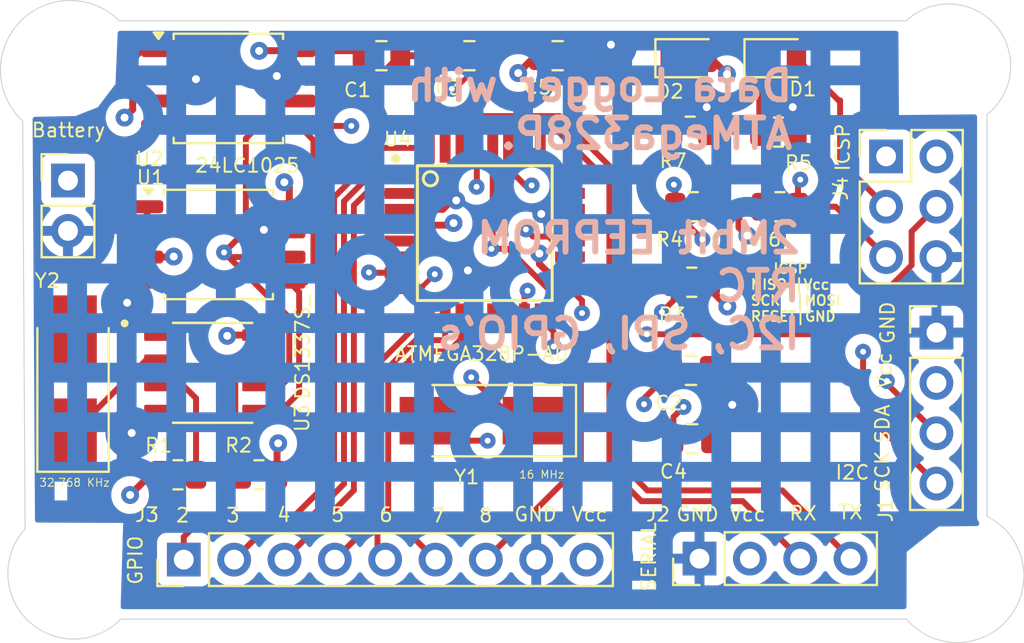
<source format=kicad_pcb>
(kicad_pcb (version 20241229) (generator "pcbnew") (generator_version "9.0")
  (title_block (title "MCU_DATA LOGGER") (date "2025-05-27") (rev "1") (comment 1 "2-layer PCB version"))
  (layers (0 "F.Cu" signal) (4 "In1.Cu" signal) (6 "In2.Cu" signal) (2 "B.Cu" signal) (13 "F.Paste" user) (15 "B.Paste" user) (5 "F.SilkS" user "F.Silkscreen") (7 "B.SilkS" user "B.Silkscreen") (1 "F.Mask" user) (3 "B.Mask" user) (25 "Edge.Cuts" user))
  (property "project_name" "MCU Datalogger with  memory and clock")
  (net 0 "")
  (net 1 "GND")
  (net 2 "/Vcc")
  (net 3 "Net-(U4-PB6)")
  (net 4 "Net-(U4-PB7)")
  (net 5 "Net-(U4-AREF)")
  (net 6 "Net-(D1-K)")
  (net 7 "/SCK")
  (net 8 "Net-(D2-K)")
  (net 9 "/SDA")
  (net 10 "/TX")
  (net 11 "/RX")
  (net 12 "/D2")
  (net 13 "/D4")
  (net 14 "/D3")
  (net 15 "/D5")
  (net 16 "/D6")
  (net 17 "/D7")
  (net 18 "/D8")
  (net 19 "/RESET")
  (net 20 "/MOSI")
  (net 21 "/MISO")
  (net 22 "Net-(U3-~{INTA})")
  (net 23 "Net-(U3-SQW{slash}~INT)")
  (net 24 "Net-(U3-X1)")
  (net 25 "Net-(U3-X2)")
  (footprint "Connector_PinHeader_2.54mm:PinHeader_1x02_P2.54mm_Vertical" (layer "F.Cu") (at 65.786 94.5642)
    (property "Reference" "BT1" (hide yes))
    (property "Value" "Battery" (at 0.0254 -2.54 180) (layer "F.SilkS") (effects (font (size 0.7 0.7) (thickness 0.1))))
    (pad "1" thru_hole rect (at 0 0) (size 1.7 1.7) (drill 1) (layers "*.Cu" "*.Mask") (net 2 "/Vcc"))
    (pad "2" thru_hole oval (at 0 2.54) (size 1.7 1.7) (drill 1) (layers "*.Cu" "*.Mask") (net 1 "GND"))
  )
  (footprint "Resistor_SMD:R_0805_2012Metric" (layer "F.Cu") (at 97.3385 95.885 180)
    (property "Reference" "R4" (at 1.1995 -1.651 0) (layer "F.SilkS") (effects (font (size 0.7 0.7) (thickness 0.1))))
    (property "Value" "4.7K")
    (pad "1" smd roundrect (at -0.9125 0 180) (size 1.025 1.4) (layers "F.Cu" "F.Mask" "F.Paste") (roundrect_rratio 0.243902) (net 2 "/Vcc"))
    (pad "2" smd roundrect (at 0.9125 0 180) (size 1.025 1.4) (layers "F.Cu" "F.Mask" "F.Paste") (roundrect_rratio 0.243902) (net 9 "/SDA"))
  )
  (footprint "Resistor_SMD:R_0805_2012Metric" (layer "F.Cu") (at 97.2585 99.695 180)
    (property "Reference" "R3" (at 0.9925 -1.65 0) (layer "F.SilkS") (effects (font (size 0.7 0.7) (thickness 0.1))))
    (property "Value" "4.7K")
    (pad "1" smd roundrect (at -0.9125 0 180) (size 1.025 1.4) (layers "F.Cu" "F.Mask" "F.Paste") (roundrect_rratio 0.243902) (net 2 "/Vcc"))
    (pad "2" smd roundrect (at 0.9125 0 180) (size 1.025 1.4) (layers "F.Cu" "F.Mask" "F.Paste") (roundrect_rratio 0.243902) (net 7 "/SCK"))
  )
  (footprint "MountingHole:MountingHole_2.1mm" (layer "F.Cu") (at 65.8368 88.9254)
    (property "Reference" "H2" (hide yes))
    (property "Value" "MountingHole" (hide yes))
    (pad "" np_thru_hole circle (at 0 0) (size 2.1 2.1) (drill 2.1) (layers "*.Cu" "*.Mask"))
  )
  (footprint "Connector_PinHeader_2.54mm:PinHeader_1x04_P2.54mm_Vertical" (layer "F.Cu") (at 109.601 102.235)
    (property "Reference" "J1" (at -2.5654 8.9662 90) (layer "F.SilkS") (effects (font (size 0.7 0.7) (thickness 0.1) (bold yes))))
    (property "Value" "Conn_01x04_Pin" (hide yes))
    (pad "1" thru_hole rect (at 0 0) (size 1.7 1.7) (drill 1) (layers "*.Cu" "*.Mask") (net 1 "GND"))
    (pad "2" thru_hole oval (at 0 2.54) (size 1.7 1.7) (drill 1) (layers "*.Cu" "*.Mask") (net 2 "/Vcc"))
    (pad "3" thru_hole oval (at 0 5.08) (size 1.7 1.7) (drill 1) (layers "*.Cu" "*.Mask") (net 9 "/SDA"))
    (pad "4" thru_hole oval (at 0 7.62) (size 1.7 1.7) (drill 1) (layers "*.Cu" "*.Mask") (net 7 "/SCK"))
  )
  (footprint "Connector_PinHeader_2.54mm:PinHeader_2x03_P2.54mm_Vertical" (layer "F.Cu") (at 107.061 93.345)
    (property "Reference" "J4" (at -2.286 1.6256 90) (layer "F.SilkS") (effects (font (size 0.7 0.7) (thickness 0.1))))
    (property "Value" "Conn_02x03_Odd_Even" (hide yes))
    (pad "1" thru_hole rect (at 0 0) (size 1.7 1.7) (drill 1) (layers "*.Cu" "*.Mask") (net 21 "/MISO"))
    (pad "2" thru_hole oval (at 2.54 0) (size 1.7 1.7) (drill 1) (layers "*.Cu" "*.Mask") (net 2 "/Vcc"))
    (pad "3" thru_hole oval (at 0 2.54) (size 1.7 1.7) (drill 1) (layers "*.Cu" "*.Mask") (net 7 "/SCK"))
    (pad "4" thru_hole oval (at 2.54 2.54) (size 1.7 1.7) (drill 1) (layers "*.Cu" "*.Mask") (net 20 "/MOSI"))
    (pad "5" thru_hole oval (at 0 5.08) (size 1.7 1.7) (drill 1) (layers "*.Cu" "*.Mask") (net 19 "/RESET"))
    (pad "6" thru_hole oval (at 2.54 5.08) (size 1.7 1.7) (drill 1) (layers "*.Cu" "*.Mask") (net 1 "GND"))
  )
  (footprint "LED_SMD:LED_0805_2012Metric" (layer "F.Cu") (at 97.1065 88.392)
    (property "Reference" "D2" (at -0.9421 1.6764 0) (layer "F.SilkS") (effects (font (size 0.7 0.7) (thickness 0.1))))
    (property "Value" "LED")
    (pad "1" smd roundrect (at -0.9375 0) (size 0.975 1.4) (layers "F.Cu" "F.Mask" "F.Paste") (net 8 "Net-(D2-K)"))
    (pad "2" smd roundrect (at 0.9375 0) (size 0.975 1.4) (layers "F.Cu" "F.Mask" "F.Paste") (net 2 "/Vcc"))
  )
  (footprint "Capacitor_SMD:C_0805_2012Metric" (layer "F.Cu") (at 81.6 88.265)
    (property "Reference" "C1" (at -1.209 1.7272 0) (layer "F.SilkS") (effects (font (size 0.7 0.7) (thickness 0.1))))
    (property "Value" "0.1uF")
    (pad "1" smd roundrect (at -0.95 0) (size 1 1.45) (layers "F.Cu" "F.Mask" "F.Paste") (net 2 "/Vcc"))
    (pad "2" smd roundrect (at 0.95 0) (size 1 1.45) (layers "F.Cu" "F.Mask" "F.Paste") (net 1 "GND"))
  )
  (footprint "Crystal:Crystal_SMD_5032-2Pin_5.0x3.2mm_HandSoldering" (layer "F.Cu") (at 86.868 106.68 180)
    (property "Reference" "Y1" (at 0.9652 -2.8448 0) (layer "F.SilkS") (effects (font (size 0.7 0.7) (thickness 0.1))))
    (property "Value" "16 MHz" (at -2.8194 -2.7178 0) (layer "F.SilkS") (effects (font (size 0.4 0.4) (thickness 0.05))))
    (pad "1" smd rect (at -2.6 0 180) (size 3.5 2.4) (layers "F.Cu" "F.Mask" "F.Paste") (net 4 "Net-(U4-PB7)"))
    (pad "2" smd rect (at 2.6 0 180) (size 3.5 2.4) (layers "F.Cu" "F.Mask" "F.Paste") (net 3 "Net-(U4-PB6)"))
  )
  (footprint "Resistor_SMD:R_0805_2012Metric" (layer "F.Cu") (at 101.63 92.12 180)
    (property "Reference" "R5" (at -1.01 -1.55 0) (layer "F.SilkS") (effects (font (size 0.7 0.7) (thickness 0.1))))
    (property "Value" "330")
    (pad "1" smd roundrect (at -0.9125 0 180) (size 1.025 1.4) (layers "F.Cu" "F.Mask" "F.Paste") (roundrect_rratio 0.243902) (net 1 "GND"))
    (pad "2" smd roundrect (at 0.9125 0 180) (size 1.025 1.4) (layers "F.Cu" "F.Mask" "F.Paste") (roundrect_rratio 0.243902) (net 6 "Net-(D1-K)"))
  )
  (footprint "MountingHole:MountingHole_2.1mm" (layer "F.Cu") (at 110.1 88.79)
    (property "Reference" "H3" (hide yes))
    (property "Value" "MountingHole" (hide yes))
    (pad "" np_thru_hole circle (at 0 0) (size 2.1 2.1) (drill 2.1) (layers "*.Cu" "*.Mask"))
  )
  (footprint "LED_SMD:LED_0805_2012Metric" (layer "F.Cu") (at 101.6 88.392)
    (property "Reference" "D1" (at 1.26 1.558 0) (layer "F.SilkS") (effects (font (size 0.7 0.7) (thickness 0.1))))
    (property "Value" "LED")
    (pad "1" smd roundrect (at -0.9375 0) (size 0.975 1.4) (layers "F.Cu" "F.Mask" "F.Paste") (net 6 "Net-(D1-K)"))
    (pad "2" smd roundrect (at 0.9375 0) (size 0.975 1.4) (layers "F.Cu" "F.Mask" "F.Paste") (net 7 "/SCK"))
  )
  (footprint "Connector_PinHeader_2.54mm:PinHeader_1x04_P2.54mm_Vertical" (layer "F.Cu") (at 97.6476 113.6396 90)
    (property "Reference" "J2" (at 2.2352 -2.0928 180) (layer "F.SilkS") (effects (font (size 0.7 0.7) (thickness 0.1))))
    (property "Value" "Conn_01x04_Pin" (hide yes))
    (pad "1" thru_hole rect (at 0 0 90) (size 1.7 1.7) (drill 1) (layers "*.Cu" "*.Mask") (net 1 "GND"))
    (pad "2" thru_hole oval (at 0 2.54 90) (size 1.7 1.7) (drill 1) (layers "*.Cu" "*.Mask") (net 2 "/Vcc"))
    (pad "3" thru_hole oval (at 0 5.08 90) (size 1.7 1.7) (drill 1) (layers "*.Cu" "*.Mask") (net 11 "/RX"))
    (pad "4" thru_hole oval (at 0 7.62 90) (size 1.7 1.7) (drill 1) (layers "*.Cu" "*.Mask") (net 10 "/TX"))
  )
  (footprint "Capacitor_SMD:C_0805_2012Metric" (layer "F.Cu") (at 86.04 88.265)
    (property "Reference" "C3" (at -1.0516 1.6256 0) (layer "F.SilkS") (effects (font (size 0.7 0.7) (thickness 0.1))))
    (property "Value" "22pF")
    (pad "1" smd roundrect (at -0.95 0) (size 1 1.45) (layers "F.Cu" "F.Mask" "F.Paste") (net 1 "GND"))
    (pad "2" smd roundrect (at 0.95 0) (size 1 1.45) (layers "F.Cu" "F.Mask" "F.Paste") (net 4 "Net-(U4-PB7)"))
  )
  (footprint "Capacitor_SMD:C_0805_2012Metric" (layer "F.Cu") (at 90.49 88.265)
    (property "Reference" "C5" (at -1.0058 1.6002 0) (layer "F.SilkS") (effects (font (size 0.7 0.7) (thickness 0.1))))
    (property "Value" "100nF")
    (pad "1" smd roundrect (at -0.95 0) (size 1 1.45) (layers "F.Cu" "F.Mask" "F.Paste") (net 2 "/Vcc"))
    (pad "2" smd roundrect (at 0.95 0) (size 1 1.45) (layers "F.Cu" "F.Mask" "F.Paste") (net 1 "GND"))
  )
  (footprint "Package_SO:SOIC-8_5.3x5.3mm_P1.27mm" (layer "F.Cu") (at 73.368097 97.79)
    (property "Reference" "U1" (at -3.416497 -3.3782 0) (layer "F.SilkS") (effects (font (size 0.7 0.7) (thickness 0.1))))
    (property "Value" "24LC1025" (at 1.460303 -3.9878 0) (layer "F.SilkS") (effects (font (size 0.7 0.7) (thickness 0.1))))
    (pad "1" smd roundrect (at -3.5875 -1.905) (size 1.625 0.65) (layers "F.Cu" "F.Mask" "F.Paste") (net 2 "/Vcc"))
    (pad "2" smd roundrect (at -3.5875 -0.635) (size 1.625 0.65) (layers "F.Cu" "F.Mask" "F.Paste") (net 2 "/Vcc"))
    (pad "3" smd roundrect (at -3.5875 0.635) (size 1.625 0.65) (layers "F.Cu" "F.Mask" "F.Paste") (net 2 "/Vcc"))
    (pad "4" smd roundrect (at -3.5875 1.905) (size 1.625 0.65) (layers "F.Cu" "F.Mask" "F.Paste") (net 1 "GND"))
    (pad "5" smd roundrect (at 3.5875 1.905) (size 1.625 0.65) (layers "F.Cu" "F.Mask" "F.Paste") (net 9 "/SDA"))
    (pad "6" smd roundrect (at 3.5875 0.635) (size 1.625 0.65) (layers "F.Cu" "F.Mask" "F.Paste") (net 7 "/SCK"))
    (pad "7" smd roundrect (at 3.5875 -0.635) (size 1.625 0.65) (layers "F.Cu" "F.Mask" "F.Paste") (net 1 "GND"))
    (pad "8" smd roundrect (at 3.5875 -1.905) (size 1.625 0.65) (layers "F.Cu" "F.Mask" "F.Paste") (net 2 "/Vcc"))
  )
  (footprint "MountingHole:MountingHole_2.1mm" (layer "F.Cu") (at 65.9892 114.2746)
    (property "Reference" "H1" (hide yes))
    (property "Value" "MountingHole" (hide yes))
    (pad "" np_thru_hole circle (at 0 0) (size 2.1 2.1) (drill 2.1) (layers "*.Cu" "*.Mask"))
  )
  (footprint "Resistor_SMD:R_0805_2012Metric" (layer "F.Cu") (at 97.1785 92.075)
    (property "Reference" "R7" (at -0.8617 1.4986 0) (layer "F.SilkS") (effects (font (size 0.7 0.7) (thickness 0.1))))
    (property "Value" "330")
    (pad "1" smd roundrect (at -0.9125 0) (size 1.025 1.4) (layers "F.Cu" "F.Mask" "F.Paste") (roundrect_rratio 0.243902) (net 8 "Net-(D2-K)"))
    (pad "2" smd roundrect (at 0.9125 0) (size 1.025 1.4) (layers "F.Cu" "F.Mask" "F.Paste") (roundrect_rratio 0.243902) (net 1 "GND"))
  )
  (footprint "Crystal:Crystal_SMD_5032-2Pin_5.0x3.2mm_HandSoldering" (layer "F.Cu") (at 66.04 104.708 90)
    (property "Reference" "Y2" (at 5.0892 -1.2954 180) (layer "F.SilkS") (effects (font (size 0.7 0.7) (thickness 0.1))))
    (property "Value" "32.768 KHz" (at -5.0962 0.0762 0) (layer "F.SilkS") (effects (font (size 0.4 0.4) (thickness 0.05) (bold yes))))
    (pad "1" smd rect (at -2.6 0 90) (size 3.5 2.4) (layers "F.Cu" "F.Mask" "F.Paste") (net 25 "Net-(U3-X2)"))
    (pad "2" smd rect (at 2.6 0 90) (size 3.5 2.4) (layers "F.Cu" "F.Mask" "F.Paste") (net 24 "Net-(U3-X1)"))
  )
  (footprint "Package_SO:SOIC-8_5.3x5.3mm_P1.27mm" (layer "F.Cu") (at 73.876097 89.916)
    (property "Reference" "U2" (at -3.975297 3.556 0) (layer "F.SilkS") (effects (font (size 0.7 0.7) (thickness 0.1))))
    (property "Value" "24LC1025" (hide yes))
    (pad "1" smd roundrect (at -3.5875 -1.905) (size 1.625 0.65) (layers "F.Cu" "F.Mask" "F.Paste") (net 2 "/Vcc"))
    (pad "2" smd roundrect (at -3.5875 -0.635) (size 1.625 0.65) (layers "F.Cu" "F.Mask" "F.Paste") (net 1 "GND"))
    (pad "3" smd roundrect (at -3.5875 0.635) (size 1.625 0.65) (layers "F.Cu" "F.Mask" "F.Paste") (net 2 "/Vcc"))
    (pad "4" smd roundrect (at -3.5875 1.905) (size 1.625 0.65) (layers "F.Cu" "F.Mask" "F.Paste") (net 1 "GND"))
    (pad "5" smd roundrect (at 3.5875 1.905) (size 1.625 0.65) (layers "F.Cu" "F.Mask" "F.Paste") (net 9 "/SDA"))
    (pad "6" smd roundrect (at 3.5875 0.635) (size 1.625 0.65) (layers "F.Cu" "F.Mask" "F.Paste") (net 7 "/SCK"))
    (pad "7" smd roundrect (at 3.5875 -0.635) (size 1.625 0.65) (layers "F.Cu" "F.Mask" "F.Paste") (net 1 "GND"))
    (pad "8" smd roundrect (at 3.5875 -1.905) (size 1.625 0.65) (layers "F.Cu" "F.Mask" "F.Paste") (net 2 "/Vcc"))
  )
  (footprint "Resistor_SMD:R_0805_2012Metric" (layer "F.Cu") (at 75.4215 109.4105 180)
    (property "Reference" "R2" (at 1.0249 1.4859 0) (layer "F.SilkS") (effects (font (size 0.7 0.7) (thickness 0.1))))
    (property "Value" "10K")
    (pad "1" smd roundrect (at -0.9125 0 180) (size 1.025 1.4) (layers "F.Cu" "F.Mask" "F.Paste") (roundrect_rratio 0.243902) (net 2 "/Vcc"))
    (pad "2" smd roundrect (at 0.9125 0 180) (size 1.025 1.4) (layers "F.Cu" "F.Mask" "F.Paste") (roundrect_rratio 0.243902) (net 23 "Net-(U3-SQW{slash}~INT)"))
  )
  (footprint "Connector_PinHeader_2.54mm:PinHeader_1x09_P2.54mm_Vertical" (layer "F.Cu") (at 71.628 113.6904 90)
    (property "Reference" "J3" (at 2.2606 -1.8542 180) (layer "F.SilkS") (effects (font (size 0.7 0.7) (thickness 0.1))))
    (property "Value" "Conn_01x09_Pin" (hide yes))
    (pad "1" thru_hole rect (at 0 0 90) (size 1.7 1.7) (drill 1) (layers "*.Cu" "*.Mask") (net 12 "/D2"))
    (pad "2" thru_hole oval (at 0 2.54 90) (size 1.7 1.7) (drill 1) (layers "*.Cu" "*.Mask") (net 14 "/D3"))
    (pad "3" thru_hole oval (at 0 5.08 90) (size 1.7 1.7) (drill 1) (layers "*.Cu" "*.Mask") (net 13 "/D4"))
    (pad "4" thru_hole oval (at 0 7.62 90) (size 1.7 1.7) (drill 1) (layers "*.Cu" "*.Mask") (net 15 "/D5"))
    (pad "5" thru_hole oval (at 0 10.16 90) (size 1.7 1.7) (drill 1) (layers "*.Cu" "*.Mask") (net 16 "/D6"))
    (pad "6" thru_hole oval (at 0 12.7 90) (size 1.7 1.7) (drill 1) (layers "*.Cu" "*.Mask") (net 17 "/D7"))
    (pad "7" thru_hole oval (at 0 15.24 90) (size 1.7 1.7) (drill 1) (layers "*.Cu" "*.Mask") (net 18 "/D8"))
    (pad "8" thru_hole oval (at 0 17.78 90) (size 1.7 1.7) (drill 1) (layers "*.Cu" "*.Mask") (net 1 "GND"))
    (pad "9" thru_hole oval (at 0 20.32 90) (size 1.7 1.7) (drill 1) (layers "*.Cu" "*.Mask") (net 2 "/Vcc"))
  )
  (footprint "Capacitor_SMD:C_0805_2012Metric" (layer "F.Cu") (at 97.282 107.5944 180)
    (property "Reference" "C4" (at 0.95 -1.651 0) (layer "F.SilkS") (effects (font (size 0.7 0.7) (thickness 0.1))))
    (property "Value" "0.1uF")
    (pad "1" smd roundrect (at -0.95 0 180) (size 1 1.45) (layers "F.Cu" "F.Mask" "F.Paste") (net 1 "GND"))
    (pad "2" smd roundrect (at 0.95 0 180) (size 1 1.45) (layers "F.Cu" "F.Mask" "F.Paste") (net 5 "Net-(U4-AREF)"))
  )
  (footprint "footprints:QFP80P900X900X120-32N" (layer "F.Cu") (at 86.814 97.216371)
    (property "Reference" "U4" (at -4.391 -4.734971 0) (layer "F.SilkS") (effects (font (size 0.7 0.7) (thickness 0.1))))
    (property "Value" "ATMEGA328P-AU" (at -0.1492 6.085429 0) (layer "F.SilkS") (effects (font (size 0.7 0.7) (thickness 0.1))))
    (pad "1" smd rect (at -4.3 -2.8) (size 1.5 0.55) (layers "F.Cu" "F.Mask" "F.Paste") (net 14 "/D3"))
    (pad "2" smd rect (at -4.3 -2) (size 1.5 0.55) (layers "F.Cu" "F.Mask" "F.Paste") (net 13 "/D4"))
    (pad "3" smd rect (at -4.3 -1.2) (size 1.5 0.55) (layers "F.Cu" "F.Mask" "F.Paste") (net 1 "GND"))
    (pad "4" smd rect (at -4.3 -0.4) (size 1.5 0.55) (layers "F.Cu" "F.Mask" "F.Paste") (net 2 "/Vcc"))
    (pad "5" smd rect (at -4.3 0.4) (size 1.5 0.55) (layers "F.Cu" "F.Mask" "F.Paste") (net 1 "GND"))
    (pad "6" smd rect (at -4.3 1.2) (size 1.5 0.55) (layers "F.Cu" "F.Mask" "F.Paste"))
    (pad "7" smd rect (at -4.3 2) (size 1.5 0.55) (layers "F.Cu" "F.Mask" "F.Paste") (net 3 "Net-(U4-PB6)"))
    (pad "8" smd rect (at -4.3 2.8) (size 1.5 0.55) (layers "F.Cu" "F.Mask" "F.Paste") (net 4 "Net-(U4-PB7)"))
    (pad "9" smd rect (at -2.8 4.3) (size 0.55 1.5) (layers "F.Cu" "F.Mask" "F.Paste") (net 15 "/D5"))
    (pad "10" smd rect (at -2 4.3) (size 0.55 1.5) (layers "F.Cu" "F.Mask" "F.Paste") (net 16 "/D6"))
    (pad "11" smd rect (at -1.2 4.3) (size 0.55 1.5) (layers "F.Cu" "F.Mask" "F.Paste") (net 17 "/D7"))
    (pad "12" smd rect (at -0.4 4.3) (size 0.55 1.5) (layers "F.Cu" "F.Mask" "F.Paste") (net 18 "/D8"))
    (pad "13" smd rect (at 0.4 4.3) (size 0.55 1.5) (layers "F.Cu" "F.Mask" "F.Paste"))
    (pad "14" smd rect (at 1.2 4.3) (size 0.55 1.5) (layers "F.Cu" "F.Mask" "F.Paste"))
    (pad "15" smd rect (at 2 4.3) (size 0.55 1.5) (layers "F.Cu" "F.Mask" "F.Paste") (net 20 "/MOSI"))
    (pad "16" smd rect (at 2.8 4.3) (size 0.55 1.5) (layers "F.Cu" "F.Mask" "F.Paste") (net 21 "/MISO"))
    (pad "17" smd rect (at 4.3 2.8) (size 1.5 0.55) (layers "F.Cu" "F.Mask" "F.Paste") (net 7 "/SCK"))
    (pad "18" smd rect (at 4.3 2) (size 1.5 0.55) (layers "F.Cu" "F.Mask" "F.Paste") (net 2 "/Vcc"))
    (pad "19" smd rect (at 4.3 1.2) (size 1.5 0.55) (layers "F.Cu" "F.Mask" "F.Paste"))
    (pad "20" smd rect (at 4.3 0.4) (size 1.5 0.55) (layers "F.Cu" "F.Mask" "F.Paste") (net 5 "Net-(U4-AREF)"))
    (pad "21" smd rect (at 4.3 -0.4) (size 1.5 0.55) (layers "F.Cu" "F.Mask" "F.Paste") (net 1 "GND"))
    (pad "22" smd rect (at 4.3 -1.2) (size 1.5 0.55) (layers "F.Cu" "F.Mask" "F.Paste"))
    (pad "23" smd rect (at 4.3 -2) (size 1.5 0.55) (layers "F.Cu" "F.Mask" "F.Paste"))
    (pad "24" smd rect (at 4.3 -2.8) (size 1.5 0.55) (layers "F.Cu" "F.Mask" "F.Paste"))
    (pad "25" smd rect (at 2.8 -4.3) (size 0.55 1.5) (layers "F.Cu" "F.Mask" "F.Paste"))
    (pad "26" smd rect (at 2 -4.3) (size 0.55 1.5) (layers "F.Cu" "F.Mask" "F.Paste"))
    (pad "27" smd rect (at 1.2 -4.3) (size 0.55 1.5) (layers "F.Cu" "F.Mask" "F.Paste") (net 9 "/SDA"))
    (pad "28" smd rect (at 0.4 -4.3) (size 0.55 1.5) (layers "F.Cu" "F.Mask" "F.Paste") (net 7 "/SCK"))
    (pad "29" smd rect (at -0.4 -4.3) (size 0.55 1.5) (layers "F.Cu" "F.Mask" "F.Paste") (net 19 "/RESET"))
    (pad "30" smd rect (at -1.2 -4.3) (size 0.55 1.5) (layers "F.Cu" "F.Mask" "F.Paste") (net 11 "/RX"))
    (pad "31" smd rect (at -2 -4.3) (size 0.55 1.5) (layers "F.Cu" "F.Mask" "F.Paste") (net 10 "/TX"))
    (pad "32" smd rect (at -2.8 -4.3) (size 0.55 1.5) (layers "F.Cu" "F.Mask" "F.Paste") (net 12 "/D2"))
  )
  (footprint "footprints:SOIC127P600X175-8N" (layer "F.Cu") (at 73.087 104.267)
    (property "Reference" "U3" (at 4.51 2.286 90) (layer "F.SilkS") (effects (font (size 0.7 0.7) (thickness 0.1))))
    (property "Value" "DS1337S_" (at 4.5354 -1.27 90) (layer "F.SilkS") (effects (font (size 0.7 0.7) (thickness 0.1))))
    (pad "1" smd roundrect (at -2.475 -1.905) (size 1.97 0.59) (layers "F.Cu" "F.Mask" "F.Paste") (roundrect_rratio 0.125) (net 24 "Net-(U3-X1)"))
    (pad "2" smd roundrect (at -2.475 -0.635) (size 1.97 0.59) (layers "F.Cu" "F.Mask" "F.Paste") (roundrect_rratio 0.125) (net 25 "Net-(U3-X2)"))
    (pad "3" smd roundrect (at -2.475 0.635) (size 1.97 0.59) (layers "F.Cu" "F.Mask" "F.Paste") (roundrect_rratio 0.125) (net 22 "Net-(U3-~{INTA})"))
    (pad "4" smd roundrect (at -2.475 1.905) (size 1.97 0.59) (layers "F.Cu" "F.Mask" "F.Paste") (roundrect_rratio 0.125) (net 1 "GND"))
    (pad "5" smd roundrect (at 2.475 1.905) (size 1.97 0.59) (layers "F.Cu" "F.Mask" "F.Paste") (roundrect_rratio 0.125) (net 9 "/SDA"))
    (pad "6" smd roundrect (at 2.475 0.635) (size 1.97 0.59) (layers "F.Cu" "F.Mask" "F.Paste") (roundrect_rratio 0.125) (net 7 "/SCK"))
    (pad "7" smd roundrect (at 2.475 -0.635) (size 1.97 0.59) (layers "F.Cu" "F.Mask" "F.Paste") (roundrect_rratio 0.125) (net 23 "Net-(U3-SQW{slash}~INT)"))
    (pad "8" smd roundrect (at 2.475 -1.905) (size 1.97 0.59) (layers "F.Cu" "F.Mask" "F.Paste") (roundrect_rratio 0.125) (net 2 "/Vcc"))
  )
  (footprint "Resistor_SMD:R_0805_2012Metric" (layer "F.Cu") (at 71.334 109.4105 180)
    (property "Reference" "R1" (at 0.976 1.4859 0) (layer "F.SilkS") (effects (font (size 0.7 0.7) (thickness 0.1))))
    (property "Value" "10K")
    (pad "1" smd roundrect (at -0.9125 0 180) (size 1.025 1.4) (layers "F.Cu" "F.Mask" "F.Paste") (roundrect_rratio 0.243902) (net 22 "Net-(U3-~{INTA})"))
    (pad "2" smd roundrect (at 0.9125 0 180) (size 1.025 1.4) (layers "F.Cu" "F.Mask" "F.Paste") (roundrect_rratio 0.243902) (net 2 "/Vcc"))
  )
  (footprint "Resistor_SMD:R_0805_2012Metric" (layer "F.Cu") (at 101.7035 95.885)
    (property "Reference" "R6" (at -0.6115 1.651 0) (layer "F.SilkS") (effects (font (size 0.7 0.7) (thickness 0.1))))
    (property "Value" "10K")
    (pad "1" smd roundrect (at -0.9125 0) (size 1.025 1.4) (layers "F.Cu" "F.Mask" "F.Paste") (roundrect_rratio 0.243902) (net 2 "/Vcc"))
    (pad "2" smd roundrect (at 0.9125 0) (size 1.025 1.4) (layers "F.Cu" "F.Mask" "F.Paste") (roundrect_rratio 0.243902) (net 19 "/RESET"))
  )
  (footprint "Capacitor_SMD:C_0805_2012Metric" (layer "F.Cu") (at 97.216 104.14 180)
    (property "Reference" "C2" (at 1.1024 -1.651 0) (layer "F.SilkS") (effects (font (size 0.7 0.7) (thickness 0.1))))
    (property "Value" "22pF")
    (pad "1" smd roundrect (at -0.95 0 180) (size 1 1.45) (layers "F.Cu" "F.Mask" "F.Paste") (net 1 "GND"))
    (pad "2" smd roundrect (at 0.95 0 180) (size 1 1.45) (layers "F.Cu" "F.Mask" "F.Paste") (net 3 "Net-(U4-PB6)"))
  )
  (footprint "MountingHole:MountingHole_2.1mm" (layer "F.Cu") (at 110.5662 114.4524)
    (property "Reference" "H4" (hide yes))
    (property "Value" "MountingHole" (hide yes))
    (pad "" np_thru_hole circle (at 0 0) (size 2.1 2.1) (drill 2.1) (layers "*.Cu" "*.Mask"))
  )
  (gr_line (start 108.089536 116.690395) (end 68.45 116.690395) (stroke (width 0.05)) (layer "Edge.Cuts"))
  (gr_line (start 63.5 91.56) (end 63.622236 112.141524) (stroke (width 0.05)) (layer "Edge.Cuts"))
  (gr_arc (start 112.15 111.5) (mid 113.29881 116.582174) (end 108.089536 116.690395) (stroke (width 0.05)) (layer "Edge.Cuts"))
  (gr_line (start 112.149999 111.5) (end 112.149999 91.25) (stroke (width 0.05)) (layer "Edge.Cuts"))
  (gr_arc (start 63.5 91.56) (mid 63.363768 86.553783) (end 68.371632 86.508368) (stroke (width 0.05)) (layer "Edge.Cuts"))
  (gr_arc (start 68.45 116.690395) (mid 63.795312 116.79415) (end 63.622236 112.141524) (stroke (width 0.05)) (layer "Edge.Cuts"))
  (gr_line (start 108.081634 86.508368) (end 68.371632 86.508368) (stroke (width 0.05)) (layer "Edge.Cuts"))
  (gr_arc (start 108.081634 86.499761) (mid 112.594144 86.746398) (end 112.144719 91.243241) (stroke (width 0.05)) (layer "Edge.Cuts"))
  (gr_text "SERIAL" (at 95.504 115.3668 90) (layer "F.SilkS") (effects (font (size 0.7 0.7) (thickness 0.1)) (justify left bottom)))
  (gr_text "I2C" (at 104.4448 109.7026 0) (layer "F.SilkS") (effects (font (size 0.7 0.7) (thickness 0.1)) (justify left bottom)))
  (gr_text "5" (at 78.994 111.4298 0) (layer "F.SilkS") (effects (font (size 0.7 0.7) (thickness 0.1)) (justify left)))
  (gr_text "GPIO" (at 69.596 115.0204 90) (layer "F.SilkS") (effects (font (size 0.7 0.7) (thickness 0.1)) (justify left bottom)))
  (gr_text "SDA" (at 107.2896 107.8992 90) (layer "F.SilkS") (effects (font (size 0.7 0.7) (thickness 0.1)) (justify left bottom)))
  (gr_text "Vcc" (at 91.1352 111.4044 0) (layer "F.SilkS") (effects (font (size 0.7 0.7) (thickness 0.1)) (justify left)))
  (gr_text "   ICSP\nMISO |Vcc\nSCK  |MOSI\nRESET|GND" (at 100.1776 101.7143 0) (layer "F.SilkS") (effects (font (size 0.5 0.5) (thickness 0.1)) (justify left bottom)))
  (gr_text "GND" (at 107.5436 102.87 90) (layer "F.SilkS") (effects (font (size 0.7 0.7) (thickness 0.1)) (justify left bottom)))
  (gr_text "TX" (at 104.6072 111.7092 0) (layer "F.SilkS") (effects (font (size 0.7 0.7) (thickness 0.1)) (justify left bottom)))
  (gr_text "8" (at 86.4616 111.4552 0) (layer "F.SilkS") (effects (font (size 0.7 0.7) (thickness 0.1)) (justify left)))
  (gr_text "Vcc" (at 99.1108 111.8108 0) (layer "F.SilkS") (effects (font (size 0.7 0.7) (thickness 0.1)) (justify left bottom)))
  (gr_text "RX" (at 102.118 110.9472 0) (layer "F.SilkS") (effects (font (size 0.7 0.7) (thickness 0.1)) (justify left top)))
  (gr_text "7" (at 84.074 111.4552 0) (layer "F.SilkS") (effects (font (size 0.7 0.7) (thickness 0.1)) (justify left)))
  (gr_text "SCK\n" (at 107.2896 110.3376 90) (layer "F.SilkS") (effects (font (size 0.7 0.7) (thickness 0.1)) (justify left bottom)))
  (gr_text "3\n" (at 73.7108 111.4552 0) (layer "F.SilkS") (effects (font (size 0.7 0.7) (thickness 0.1)) (justify left)))
  (gr_text "Vcc" (at 107.3912 105.1052 90) (layer "F.SilkS") (effects (font (size 0.7 0.7) (thickness 0.1)) (justify left bottom)))
  (gr_text "4\n" (at 76.2762 111.4298 0) (layer "F.SilkS") (effects (font (size 0.7 0.7) (thickness 0.1)) (justify left)))
  (gr_text "GND" (at 96.4184 111.8108 0) (layer "F.SilkS") (effects (font (size 0.7 0.7) (thickness 0.1)) (justify left bottom)))
  (gr_text "2" (at 71.1708 111.4552 0) (layer "F.SilkS") (effects (font (size 0.7 0.7) (thickness 0.1)) (justify left)))
  (gr_text "6" (at 81.4324 111.4298 0) (layer "F.SilkS") (effects (font (size 0.7 0.7) (thickness 0.1)) (justify left)))
  (gr_text "GND" (at 88.2396 111.4044 0) (layer "F.SilkS") (effects (font (size 0.7 0.7) (thickness 0.1)) (justify left)))
  (gr_text "ICSP" (at 105.283 94.1578 90) (layer "F.SilkS") (effects (font (size 0.7 0.7) (thickness 0.1)) (justify left bottom)))
  (gr_text "Data Logger with\nATMega328P." (at 102.49 93.08 0) (layer "B.SilkS") (effects (font (size 1.5 1.5) (thickness 0.3) (bold yes)) (justify left bottom mirror)))
  (gr_text "2Mbit EEPROM\nRTC\nI2C, SPI, GPIO's" (at 102.87 103.18 0) (layer "B.SilkS") (effects (font (size 1.5 1.5) (thickness 0.3) (bold yes)) (justify left bottom mirror)))
  (segment (start 77.788596 89.605999) (end 81.209001 89.605999) (width 0.35) (layer "F.Cu") (net 1))
  (segment (start 98.166 105.85) (end 99.27 105.85) (width 0.35) (layer "F.Cu") (net 1))
  (segment (start 75.775 97.155) (end 75.67 97.05) (width 0.35) (layer "F.Cu") (net 1))
  (segment (start 71.527097 90.140232) (end 71.527097 91.394999) (width 0.35) (layer "F.Cu") (net 1))
  (segment (start 98.091 92.075) (end 98.091 90.941) (width 0.35) (layer "F.Cu") (net 1))
  (segment (start 77.463597 89.281) (end 76.329 89.281) (width 0.35) (layer "F.Cu") (net 1))
  (segment (start 90.230369 96.816371) (end 89.663998 96.25) (width 0.35) (layer "F.Cu") (net 1))
  (segment (start 70.612 106.172) (end 70.128 106.172) (width 0.35) (layer "F.Cu") (net 1))
  (segment (start 84.476371 97.616371) (end 85.96 99.1) (width 0.35) (layer "F.Cu") (net 1))
  (segment (start 98.091 90.941) (end 98.01 90.86) (width 0.35) (layer "F.Cu") (net 1))
  (segment (start 82.514 97.616371) (end 84.476371 97.616371) (width 0.35) (layer "F.Cu") (net 1))
  (segment (start 99.27 105.85) (end 99.3 105.88) (width 0.35) (layer "F.Cu") (net 1))
  (segment (start 98.166 107.5284) (end 98.232 107.5944) (width 0.35) (layer "F.Cu") (net 1))
  (segment (start 84.696192 96.016371) (end 85.144752 95.567811) (width 0.35) (layer "F.Cu") (net 1))
  (segment (start 77.463597 89.281) (end 77.788596 89.605999) (width 0.35) (layer "F.Cu") (net 1))
  (segment (start 72.24 89.51) (end 72.24 89.45) (width 0.35) (layer "F.Cu") (net 1))
  (segment (start 98.166 105.85) (end 98.166 107.5284) (width 0.35) (layer "F.Cu") (net 1))
  (segment (start 102.5425 91.0525) (end 102.35 90.86) (width 0.35) (layer "F.Cu") (net 1))
  (segment (start 76.955597 97.155) (end 75.775 97.155) (width 0.35) (layer "F.Cu") (net 1))
  (segment (start 71.527097 90.140232) (end 71.609768 90.140232) (width 0.35) (layer "F.Cu") (net 1))
  (segment (start 70.288597 89.281) (end 70.667865 89.281) (width 0.35) (layer "F.Cu") (net 1))
  (segment (start 102.5425 92.12) (end 102.5425 91.0525) (width 0.35) (layer "F.Cu") (net 1))
  (segment (start 71.101096 91.821) (end 70.288597 91.821) (width 0.35) (layer "F.Cu") (net 1))
  (segment (start 71.527097 91.394999) (end 71.101096 91.821) (width 0.35) (layer "F.Cu") (net 1))
  (segment (start 69.780597 99.695) (end 69.780597 99.719403) (width 0.35) (layer "F.Cu") (net 1))
  (segment (start 82.55 88.265) (end 85.09 88.265) (width 0.35) (layer "F.Cu") (net 1))
  (segment (start 76.329 89.281) (end 76.32 89.29) (width 0.35) (layer "F.Cu") (net 1))
  (segment (start 82.514 96.016371) (end 84.696192 96.016371) (width 0.35) (layer "F.Cu") (net 1))
  (segment (start 98.166 104.14) (end 98.166 105.85) (width 0.35) (layer "F.Cu") (net 1))
  (segment (start 70.128 106.172) (end 69 107.3) (width 0.35) (layer "F.Cu") (net 1))
  (segment (start 91.995 87.71) (end 93.18 87.71) (width 0.35) (layer "F.Cu") (net 1))
  (segment (start 71.609768 90.140232) (end 72.24 89.51) (width 0.35) (layer "F.Cu") (net 1))
  (segment (start 91.114 96.816371) (end 90.230369 96.816371) (width 0.35) (layer "F.Cu") (net 1))
  (segment (start 69.780597 99.719403) (end 68.77 100.73) (width 0.35) (layer "F.Cu") (net 1))
  (segment (start 85.144752 95.567811) (end 85.373828 95.567811) (width 0.35) (layer "F.Cu") (net 1))
  (segment (start 81.209001 89.605999) (end 82.55 88.265) (width 0.35) (layer "F.Cu") (net 1))
  (segment (start 70.667865 89.281) (end 71.527097 90.140232) (width 0.35) (layer "F.Cu") (net 1))
  (segment (start 91.44 88.265) (end 91.995 87.71) (width 0.35) (layer "F.Cu") (net 1))
  (via (at 93.18 87.71) (size 0.9) (drill 0.4) (layers "F.Cu" "B.Cu") (net 1))
  (via (at 85.96 99.1) (size 0.9) (drill 0.4) (layers "F.Cu" "B.Cu") (net 1))
  (via (at 85.373828 95.567811) (size 0.9) (drill 0.4) (layers "F.Cu" "B.Cu") (net 1))
  (via (at 99.3 105.88) (size 0.9) (drill 0.4) (layers "F.Cu" "B.Cu") (net 1))
  (via (at 75.67 97.05) (size 0.9) (drill 0.4) (layers "F.Cu" "B.Cu") (net 1))
  (via (at 102.35 90.86) (size 0.9) (drill 0.4) (layers "F.Cu" "B.Cu") (net 1))
  (via (at 72.24 89.45) (size 0.9) (drill 0.4) (layers "F.Cu" "B.Cu") (net 1))
  (via (at 69 107.3) (size 0.9) (drill 0.4) (layers "F.Cu" "B.Cu") (net 1))
  (via (at 76.32 89.29) (size 0.9) (drill 0.4) (layers "F.Cu" "B.Cu") (net 1))
  (via (at 89.663998 96.25) (size 0.9) (drill 0.4) (layers "F.Cu" "B.Cu") (net 1))
  (via (at 68.77 100.73) (size 0.9) (drill 0.4) (layers "F.Cu" "B.Cu") (net 1))
  (via (at 98.01 90.86) (size 0.9) (drill 0.4) (layers "F.Cu" "B.Cu") (net 1))
  (segment (start 75.439 88.011) (end 75.43 88.02) (width 0.35) (layer "F.Cu") (net 2))
  (segment (start 82.514 96.816371) (end 85.133629 96.816371) (width 0.35) (layer "F.Cu") (net 2))
  (segment (start 80.396 88.011) (end 80.65 88.265) (width 0.35) (layer "F.Cu") (net 2))
  (segment (start 75.562 102.362) (end 73.858 102.362) (width 0.35) (layer "F.Cu") (net 2))
  (segment (start 69.780597 95.885) (end 69.780597 98.425) (width 0.35) (layer "F.Cu") (net 2))
  (segment (start 76.334 109.4105) (end 76.334 107.876) (width 0.35) (layer "F.Cu") (net 2))
  (segment (start 76.955597 95.885) (end 76.955597 94.905597) (width 0.35) (layer "F.Cu") (net 2))
  (segment (start 76.955597 94.905597) (end 76.7 94.65) (width 0.35) (layer "F.Cu") (net 2))
  (segment (start 69.050097 89.1) (end 69.050097 90.979903) (width 0.35) (layer "F.Cu") (net 2))
  (segment (start 73.858 102.362) (end 73.82 102.4) (width 0.35) (layer "F.Cu") (net 2))
  (segment (start 98.222 88.392) (end 99.03 89.2) (width 0.35) (layer "F.Cu") (net 2))
  (segment (start 99.64 95.885) (end 100.791 95.885) (width 0.35) (layer "F.Cu") (net 2))
  (segment (start 91.114 99.216371) (end 90.014 99.216371) (width 0.35) (layer "F.Cu") (net 2))
  (segment (start 69.476098 88.011) (end 70.288597 88.011) (width 0.35) (layer "F.Cu") (net 2))
  (segment (start 89.54 88.265) (end 89.375 88.265) (width 0.35) (layer "F.Cu") (net 2))
  (segment (start 69.050097 88.437001) (end 69.476098 88.011) (width 0.35) (layer "F.Cu") (net 2))
  (segment (start 69.780597 98.425) (end 71.095 98.425) (width 0.35) (layer "F.Cu") (net 2))
  (segment (start 99.64 95.885) (end 99.64 96.92) (width 0.35) (layer "F.Cu") (net 2))
  (segment (start 70.288597 90.551) (end 69.909329 90.551) (width 0.35) (layer "F.Cu") (net 2))
  (segment (start 69.050097 90.979903) (end 68.64 91.39) (width 0.35) (layer "F.Cu") (net 2))
  (segment (start 90.014 99.216371) (end 89.568402 98.770773) (width 0.35) (layer "F.Cu") (net 2))
  (segment (start 71.095 98.425) (end 71.12 98.4) (width 0.35) (layer "F.Cu") (net 2))
  (segment (start 98.171 100.041) (end 99.05 100.92) (width 0.35) (layer "F.Cu") (net 2))
  (segment (start 69.909329 90.551) (end 69.050097 89.691768) (width 0.35) (layer "F.Cu") (net 2))
  (segment (start 98.044 88.392) (end 98.222 88.392) (width 0.35) (layer "F.Cu") (net 2))
  (segment (start 98.171 99.695) (end 98.171 100.041) (width 0.35) (layer "F.Cu") (net 2))
  (segment (start 85.133629 96.816371) (end 85.24 96.71) (width 0.35) (layer "F.Cu") (net 2))
  (segment (start 98.251 95.885) (end 99.64 95.885) (width 0.35) (layer "F.Cu") (net 2))
  (segment (start 69.050097 89.1) (end 69.050097 88.437001) (width 0.35) (layer "F.Cu") (net 2))
  (segment (start 69.050097 89.691768) (end 69.050097 89.1) (width 0.35) (layer "F.Cu") (net 2))
  (segment (start 77.463597 88.011) (end 75.439 88.011) (width 0.35) (layer "F.Cu") (net 2))
  (segment (start 99.64 96.92) (end 100.06 97.34) (width 0.35) (layer "F.Cu") (net 2))
  (segment (start 89.375 88.265) (end 88.5 89.14) (width 0.35) (layer "F.Cu") (net 2))
  (segment (start 89.568402 98.770773) (end 89.568402 98.245228) (width 0.35) (layer "F.Cu") (net 2))
  (segment (start 76.334 107.876) (end 76.39 107.82) (width 0.35) (layer "F.Cu") (net 2))
  (segment (start 70.4215 109.4105) (end 69.9395 109.4105) (width 0.35) (layer "F.Cu") (net 2))
  (segment (start 69.9395 109.4105) (end 68.92 110.43) (width 0.35) (layer "F.Cu") (net 2))
  (segment (start 77.463597 88.011) (end 80.396 88.011) (width 0.35) (layer "F.Cu") (net 2))
  (via (at 71.12 98.4) (size 0.9) (drill 0.4) (layers "F.Cu" "B.Cu") (net 2))
  (via (at 99.05 100.92) (size 0.9) (drill 0.4) (layers "F.Cu" "B.Cu") (net 2))
  (via (at 75.43 88.02) (size 0.9) (drill 0.4) (layers "F.Cu" "B.Cu") (net 2))
  (via (at 88.5 89.14) (size 0.9) (drill 0.4) (layers "F.Cu" "B.Cu") (net 2))
  (via (at 100.06 97.34) (size 0.9) (drill 0.4) (layers "F.Cu" "B.Cu") (net 2))
  (via (at 85.24 96.71) (size 0.9) (drill 0.4) (layers "F.Cu" "B.Cu") (net 2))
  (via (at 89.568402 98.245228) (size 0.9) (drill 0.4) (layers "F.Cu" "B.Cu") (net 2))
  (via (at 68.64 91.39) (size 0.9) (drill 0.4) (layers "F.Cu" "B.Cu") (net 2))
  (via (at 99.03 89.2) (size 0.9) (drill 0.4) (layers "F.Cu" "B.Cu") (net 2))
  (via (at 76.7 94.65) (size 0.9) (drill 0.4) (layers "F.Cu" "B.Cu") (net 2))
  (via (at 68.92 110.43) (size 0.9) (drill 0.4) (layers "F.Cu" "B.Cu") (net 2))
  (via (at 73.82 102.4) (size 0.9) (drill 0.4) (layers "F.Cu" "B.Cu") (net 2))
  (via (at 76.39 107.82) (size 0.9) (drill 0.4) (layers "F.Cu" "B.Cu") (net 2))
  (segment (start 89.568402 98.245228) (end 89.694772 98.245228) (width 0.35) (layer "B.Cu") (net 2))
  (segment (start 84.268 106.68) (end 85.278 107.69) (width 0.3) (layer "F.Cu") (net 3))
  (segment (start 82.514 99.216371) (end 80.986371 99.216371) (width 0.3) (layer "F.Cu") (net 3))
  (segment (start 94.85 105.556) (end 96.266 104.14) (width 0.3) (layer "F.Cu") (net 3))
  (segment (start 85.278 107.69) (end 86.96 107.69) (width 0.3) (layer "F.Cu") (net 3))
  (segment (start 80.986371 99.216371) (end 80.97 99.2) (width 0.3) (layer "F.Cu") (net 3))
  (segment (start 94.85 105.85) (end 94.85 105.556) (width 0.3) (layer "F.Cu") (net 3))
  (via (at 80.97 99.2) (size 0.8) (drill 0.3) (layers "F.Cu" "B.Cu") (net 3))
  (via (at 94.85 105.85) (size 0.8) (drill 0.3) (layers "F.Cu" "B.Cu") (net 3))
  (via (at 86.96 107.69) (size 0.8) (drill 0.3) (layers "F.Cu" "B.Cu") (net 3))
  (segment (start 85.315 89.94) (end 86.99 88.265) (width 0.25) (layer "F.Cu") (net 4))
  (segment (start 84.290185 99.290185) (end 84.36 99.220371) (width 0.25) (layer "F.Cu") (net 4))
  (segment (start 83.564 100.016371) (end 83.665 99.915371) (width 0.3) (layer "F.Cu") (net 4))
  (segment (start 85.15 89.94) (end 85.315 89.94) (width 0.25) (layer "F.Cu") (net 4))
  (segment (start 89.468 106.68) (end 88.32 106.68) (width 0.3) (layer "F.Cu") (net 4))
  (segment (start 82.514 100.016371) (end 83.564 100.016371) (width 0.3) (layer "F.Cu") (net 4))
  (segment (start 88.32 106.68) (end 86.13 104.49) (width 0.3) (layer "F.Cu") (net 4))
  (segment (start 83.665 99.915371) (end 84.290185 99.290185) (width 0.25) (layer "F.Cu") (net 4))
  (via (at 84.290185 99.290185) (size 0.8) (drill 0.3) (layers "F.Cu" "B.Cu") (net 4))
  (via (at 85.15 89.94) (size 0.8) (drill 0.3) (layers "F.Cu" "B.Cu") (net 4))
  (via (at 86.13 104.49) (size 0.8) (drill 0.3) (layers "F.Cu" "B.Cu") (net 4))
  (segment (start 90.263199 97.616371) (end 90.038199 97.391371) (width 0.3) (layer "F.Cu") (net 5))
  (segment (start 96.332 106.498) (end 96.84 105.99) (width 0.3) (layer "F.Cu") (net 5))
  (segment (start 90.038199 97.391371) (end 89.249735 97.391371) (width 0.3) (layer "F.Cu") (net 5))
  (segment (start 96.332 107.5944) (end 96.332 106.498) (width 0.3) (layer "F.Cu") (net 5))
  (segment (start 89.249735 97.391371) (end 88.888151 97.029787) (width 0.3) (layer "F.Cu") (net 5))
  (segment (start 91.114 97.616371) (end 90.263199 97.616371) (width 0.3) (layer "F.Cu") (net 5))
  (via (at 96.84 105.99) (size 0.8) (drill 0.3) (layers "F.Cu" "B.Cu") (net 5))
  (via (at 88.888151 97.029787) (size 0.8) (drill 0.3) (layers "F.Cu" "B.Cu") (net 5))
  (segment (start 100.6625 92.065) (end 100.7175 92.12) (width 0.3) (layer "F.Cu") (net 6))
  (segment (start 100.6625 88.392) (end 100.6625 92.065) (width 0.3) (layer "F.Cu") (net 6))
  (segment (start 104.74 90.52) (end 104.74 93.564) (width 0.3) (layer "F.Cu") (net 7))
  (segment (start 76.651098 90.551) (end 74.76 92.442098) (width 0.3) (layer "F.Cu") (net 7))
  (segment (start 96.346 99.695) (end 96.346 100.604) (width 0.3) (layer "F.Cu") (net 7))
  (segment (start 87.214 97.946) (end 87.15 98.01) (width 0.3) (layer "F.Cu") (net 7))
  (segment (start 76.948 101.478) (end 73.66 98.19) (width 0.3) (layer "F.Cu") (net 7))
  (segment (start 74.76 97.09) (end 73.66 98.19) (width 0.3) (layer "F.Cu") (net 7))
  (segment (start 87.994457 98.01) (end 87.15 98.01) (width 0.3) (layer "F.Cu") (net 7))
  (segment (start 77.463597 90.551) (end 76.651098 90.551) (width 0.3) (layer "F.Cu") (net 7))
  (segment (start 96.346 100.604) (end 95.75 101.2) (width 0.3) (layer "F.Cu") (net 7))
  (segment (start 104.6655 90.52) (end 104.74 90.52) (width 0.3) (layer "F.Cu") (net 7))
  (segment (start 102.5375 88.392) (end 104.6655 90.52) (width 0.3) (layer "F.Cu") (net 7))
  (segment (start 91.114 100.016371) (end 90.000828 100.016371) (width 0.3) (layer "F.Cu") (net 7))
  (segment (start 109.601 109.855) (end 105.9 106.154) (width 0.3) (layer "F.Cu") (net 7))
  (segment (start 91.72 101.25) (end 91.72 100.622371) (width 0.3) (layer "F.Cu") (net 7))
  (segment (start 76.955597 98.425) (end 73.895 98.425) (width 0.3) (layer "F.Cu") (net 7))
  (segment (start 90.000828 100.016371) (end 87.994457 98.01) (width 0.3) (layer "F.Cu") (net 7))
  (segment (start 104.74 93.564) (end 107.061 95.885) (width 0.3) (layer "F.Cu") (net 7))
  (segment (start 87.214 92.916371) (end 87.214 97.946) (width 0.3) (layer "F.Cu") (net 7))
  (segment (start 76.948 104.501) (end 76.948 101.478) (width 0.3) (layer "F.Cu") (net 7))
  (segment (start 105.9 106.154) (end 105.9 103.2) (width 0.3) (layer "F.Cu") (net 7))
  (segment (start 73.895 98.425) (end 73.66 98.19) (width 0.3) (layer "F.Cu") (net 7))
  (segment (start 91.72 100.622371) (end 91.114 100.016371) (width 0.3) (layer "F.Cu") (net 7))
  (segment (start 76.547 104.902) (end 76.948 104.501) (width 0.3) (layer "F.Cu") (net 7))
  (segment (start 74.76 92.442098) (end 74.76 97.09) (width 0.3) (layer "F.Cu") (net 7))
  (segment (start 75.562 104.902) (end 76.547 104.902) (width 0.3) (layer "F.Cu") (net 7))
  (via (at 87.15 98.01) (size 0.8) (drill 0.3) (layers "F.Cu" "B.Cu") (net 7))
  (via (at 91.72 101.25) (size 0.8) (drill 0.3) (layers "F.Cu" "B.Cu") (net 7))
  (via (at 73.66 98.19) (size 0.8) (drill 0.3) (layers "F.Cu" "B.Cu") (net 7))
  (via (at 95.75 101.2) (size 0.8) (drill 0.3) (layers "F.Cu" "B.Cu") (net 7))
  (via (at 105.9 103.2) (size 0.8) (drill 0.3) (layers "F.Cu" "B.Cu") (net 7))
  (segment (start 95.77 101.18) (end 95.75 101.2) (width 0.3) (layer "B.Cu") (net 7))
  (segment (start 96.169 91.978) (end 96.266 92.075) (width 0.3) (layer "F.Cu") (net 8))
  (segment (start 96.169 88.392) (end 96.169 91.978) (width 0.3) (layer "F.Cu") (net 8))
  (segment (start 77.768096 99.695) (end 78.169097 99.293999) (width 0.3) (layer "F.Cu") (net 9))
  (segment (start 96.426 94.841284) (end 96.354716 94.77) (width 0.3) (layer "F.Cu") (net 9))
  (segment (start 77.448 100.187403) (end 76.955597 99.695) (width 0.3) (layer "F.Cu") (net 9))
  (segment (start 109.601 107.315) (end 107.1 104.814) (width 0.3) (layer "F.Cu") (net 9))
  (segment (start 107.1 104.814) (end 107.1 104.68) (width 0.3) (layer "F.Cu") (net 9))
  (segment (start 76.547 106.172) (end 77.448 105.271) (width 0.3) (layer "F.Cu") (net 9))
  (segment (start 78.169097 99.293999) (end 78.169097 92.5265) (width 0.3) (layer "F.Cu") (net 9))
  (segment (start 96.426 96.166) (end 97.79 97.53) (width 0.3) (layer "F.Cu") (net 9))
  (segment (start 75.562 106.172) (end 76.547 106.172) (width 0.3) (layer "F.Cu") (net 9))
  (segment (start 96.426 95.885) (end 96.426 94.841284) (width 0.3) (layer "F.Cu") (net 9))
  (segment (start 77.448 105.271) (end 77.448 100.187403) (width 0.3) (layer "F.Cu") (net 9))
  (segment (start 80.08 91.81) (end 77.474597 91.81) (width 0.3) (layer "F.Cu") (net 9))
  (segment (start 88.014 93.966371) (end 88.857629 94.81) (width 0.3) (layer "F.Cu") (net 9))
  (segment (start 76.955597 99.695) (end 77.768096 99.695) (width 0.3) (layer "F.Cu") (net 9))
  (segment (start 88.857629 94.81) (end 89.18 94.81) (width 0.3) (layer "F.Cu") (net 9))
  (segment (start 88.014 92.916371) (end 88.014 93.966371) (width 0.3) (layer "F.Cu") (net 9))
  (segment (start 78.169097 92.5265) (end 77.463597 91.821) (width 0.3) (layer "F.Cu") (net 9))
  (segment (start 96.426 95.885) (end 96.426 96.166) (width 0.3) (layer "F.Cu") (net 9))
  (segment (start 77.474597 91.81) (end 77.463597 91.821) (width 0.3) (layer "F.Cu") (net 9))
  (via (at 107.1 104.68) (size 0.8) (drill 0.3) (layers "F.Cu" "B.Cu") (net 9))
  (via (at 97.79 97.53) (size 0.8) (drill 0.3) (layers "F.Cu" "B.Cu") (net 9))
  (via (at 80.08 91.81) (size 0.8) (drill 0.3) (layers "F.Cu" "B.Cu") (net 9))
  (via (at 96.354716 94.77) (size 0.8) (drill 0.3) (layers "F.Cu" "B.Cu") (net 9))
  (via (at 89.18 94.81) (size 0.8) (drill 0.3) (layers "F.Cu" "B.Cu") (net 9))
  (segment (start 93.7 108.88) (end 93.7 94.43) (width 0.3) (layer "F.Cu") (net 10))
  (segment (start 95.02 110.2) (end 93.7 108.88) (width 0.3) (layer "F.Cu") (net 10))
  (segment (start 85.49 91.313371) (end 84.814 91.989371) (width 0.3) (layer "F.Cu") (net 10))
  (segment (start 84.814 91.989371) (end 84.814 92.916371) (width 0.3) (layer "F.Cu") (net 10))
  (segment (start 101.828 110.2) (end 95.02 110.2) (width 0.3) (layer "F.Cu") (net 10))
  (segment (start 90.583371 91.313371) (end 85.49 91.313371) (width 0.3) (layer "F.Cu") (net 10))
  (segment (start 105.2676 113.6396) (end 101.828 110.2) (width 0.3) (layer "F.Cu") (net 10))
  (segment (start 93.7 94.43) (end 90.583371 91.313371) (width 0.3) (layer "F.Cu") (net 10))
  (segment (start 85.697106 91.813371) (end 85.614 91.896477) (width 0.3) (layer "F.Cu") (net 11))
  (segment (start 93.1 94.675371) (end 90.238 91.813371) (width 0.3) (layer "F.Cu") (net 11))
  (segment (start 94.71 110.74) (end 93.1 109.13) (width 0.3) (layer "F.Cu") (net 11))
  (segment (start 93.1 109.13) (end 93.1 94.675371) (width 0.3) (layer "F.Cu") (net 11))
  (segment (start 102.7276 113.6396) (end 99.828 110.74) (width 0.3) (layer "F.Cu") (net 11))
  (segment (start 85.614 91.896477) (end 85.614 92.916371) (width 0.3) (layer "F.Cu") (net 11))
  (segment (start 90.238 91.813371) (end 85.697106 91.813371) (width 0.3) (layer "F.Cu") (net 11))
  (segment (start 99.828 110.74) (end 94.71 110.74) (width 0.3) (layer "F.Cu") (net 11))
  (segment (start 71.628 113.6904) (end 71.628 112.5404) (width 0.3) (layer "F.Cu") (net 12))
  (segment (start 81.699416 92.916371) (end 84.014 92.916371) (width 0.3) (layer "F.Cu") (net 12))
  (segment (start 71.628 112.5404) (end 72.401726 111.766674) (width 0.3) (layer "F.Cu") (net 12))
  (segment (start 75.384619 111.766674) (end 75.401294 111.75) (width 0.3) (layer "F.Cu") (net 12))
  (segment (start 75.401294 111.75) (end 76.95 111.75) (width 0.3) (layer "F.Cu") (net 12))
  (segment (start 72.401726 111.766674) (end 75.384619 111.766674) (width 0.3) (layer "F.Cu") (net 12))
  (segment (start 76.95 111.75) (end 79.209 109.491) (width 0.3) (layer "F.Cu") (net 12))
  (segment (start 79.209 95.406787) (end 81.699416 92.916371) (width 0.3) (layer "F.Cu") (net 12))
  (segment (start 79.209 109.491) (end 79.209 95.406787) (width 0.3) (layer "F.Cu") (net 12))
  (segment (start 80.21 110.1884) (end 76.708 113.6904) (width 0.3) (layer "F.Cu") (net 13))
  (segment (start 82.514 95.216371) (end 80.813629 95.216371) (width 0.3) (layer "F.Cu") (net 13))
  (segment (start 80.21 95.82) (end 80.21 110.1884) (width 0.3) (layer "F.Cu") (net 13))
  (segment (start 80.813629 95.216371) (end 80.21 95.82) (width 0.3) (layer "F.Cu") (net 13))
  (segment (start 75.6084 112.25) (end 74.168 113.6904) (width 0.3) (layer "F.Cu") (net 14))
  (segment (start 77.33148 112.25) (end 75.6084 112.25) (width 0.3) (layer "F.Cu") (net 14))
  (segment (start 79.71 95.612894) (end 79.71 109.87148) (width 0.3) (layer "F.Cu") (net 14))
  (segment (start 80.906523 94.416371) (end 79.71 95.612894) (width 0.3) (layer "F.Cu") (net 14))
  (segment (start 82.514 94.416371) (end 80.906523 94.416371) (width 0.3) (layer "F.Cu") (net 14))
  (segment (start 79.71 109.87148) (end 77.33148 112.25) (width 0.3) (layer "F.Cu") (net 14))
  (segment (start 84.014 101.516371) (end 83.723629 101.516371) (width 0.3) (layer "F.Cu") (net 15))
  (segment (start 80.9 104.34) (end 80.9 112.0384) (width 0.3) (layer "F.Cu") (net 15))
  (segment (start 80.9 112.0384) (end 79.248 113.6904) (width 0.3) (layer "F.Cu") (net 15))
  (segment (start 83.723629 101.516371) (end 80.9 104.34) (width 0.3) (layer "F.Cu") (net 15))
  (segment (start 84.814 101.516371) (end 84.814 102.566371) (width 0.3) (layer "F.Cu") (net 16))
  (segment (start 84.763 102.617371) (end 83.329735 102.617371) (width 0.3) (layer "F.Cu") (net 16))
  (segment (start 83.329735 102.617371) (end 81.4 104.547106) (width 0.3) (layer "F.Cu") (net 16))
  (segment (start 81.4 113.3024) (end 81.788 113.6904) (width 0.3) (layer "F.Cu") (net 16))
  (segment (start 81.4 104.547106) (end 81.4 113.3024) (width 0.3) (layer "F.Cu") (net 16))
  (segment (start 84.814 102.566371) (end 84.763 102.617371) (width 0.3) (layer "F.Cu") (net 16))
  (segment (start 85.000371 103.18) (end 85.614 102.566371) (width 0.3) (layer "F.Cu") (net 17))
  (segment (start 81.94 104.714212) (end 83.474212 103.18) (width 0.3) (layer "F.Cu") (net 17))
  (segment (start 84.328 113.6904) (end 81.94 111.3024) (width 0.3) (layer "F.Cu") (net 17))
  (segment (start 85.614 102.566371) (end 85.614 101.516371) (width 0.3) (layer "F.Cu") (net 17))
  (segment (start 83.474212 103.18) (end 85.000371 103.18) (width 0.3) (layer "F.Cu") (net 17))
  (segment (start 81.94 111.3024) (end 81.94 104.714212) (width 0.3) (layer "F.Cu") (net 17))
  (segment (start 87.827629 103.98) (end 86.414 102.566371) (width 0.3) (layer "F.Cu") (net 18))
  (segment (start 86.868 113.6904) (end 91.66 108.8984) (width 0.3) (layer "F.Cu") (net 18))
  (segment (start 91.16 103.98) (end 87.827629 103.98) (width 0.3) (layer "F.Cu") (net 18))
  (segment (start 91.66 104.48) (end 91.16 103.98) (width 0.3) (layer "F.Cu") (net 18))
  (segment (start 91.66 108.8984) (end 91.66 104.48) (width 0.3) (layer "F.Cu") (net 18))
  (segment (start 86.414 102.566371) (end 86.414 101.516371) (width 0.3) (layer "F.Cu") (net 18))
  (segment (start 86.414 94.866) (end 86.4 94.88) (width 0.3) (layer "F.Cu") (net 19))
  (segment (start 102.616 95.885) (end 104.521 95.885) (width 0.3) (layer "F.Cu") (net 19))
  (segment (start 102.616 95.885) (end 102.616 94.634) (width 0.3) (layer "F.Cu") (net 19))
  (segment (start 102.616 94.634) (end 102.73 94.52) (width 0.3) (layer "F.Cu") (net 19))
  (segment (start 104.521 95.885) (end 107.061 98.425) (width 0.3) (layer "F.Cu") (net 19))
  (segment (start 86.414 92.916371) (end 86.414 94.866) (width 0.3) (layer "F.Cu") (net 19))
  (via (at 86.4 94.88) (size 0.8) (drill 0.3) (layers "F.Cu" "B.Cu") (net 19))
  (via (at 102.73 94.52) (size 0.8) (drill 0.3) (layers "F.Cu" "B.Cu") (net 19))
  (segment (start 104.864471 102.32) (end 94.99 102.32) (width 0.3) (layer "F.Cu") (net 20))
  (segment (start 88.814 100.280374) (end 88.97373 100.120644) (width 0.3) (layer "F.Cu") (net 20))
  (segment (start 108.35 98.834471) (end 104.864471 102.32) (width 0.3) (layer "F.Cu") (net 20))
  (segment (start 108.35 97.136) (end 108.35 98.834471) (width 0.3) (layer "F.Cu") (net 20))
  (segment (start 88.814 101.516371) (end 88.814 100.280374) (width 0.3) (layer "F.Cu") (net 20))
  (segment (start 109.601 95.885) (end 108.35 97.136) (width 0.3) (layer "F.Cu") (net 20))
  (via (at 88.97373 100.120644) (size 0.8) (drill 0.3) (layers "F.Cu" "B.Cu") (net 20))
  (via (at 94.99 102.32) (size 0.8) (drill 0.3) (layers "F.Cu" "B.Cu") (net 20))
  (segment (start 90.29 102.94) (end 90.29 102.192371) (width 0.3) (layer "F.Cu") (net 21))
  (segment (start 90.29 102.192371) (end 89.614 101.516371) (width 0.3) (layer "F.Cu") (net 21))
  (via (at 90.29 102.94) (size 0.8) (drill 0.3) (layers "F.Cu" "B.Cu") (net 21))
  (segment (start 72.2465 105.5515) (end 71.597 104.902) (width 0.3) (layer "F.Cu") (net 22))
  (segment (start 72.2465 109.4105) (end 72.2465 105.5515) (width 0.3) (layer "F.Cu") (net 22))
  (segment (start 71.597 104.902) (end 70.612 104.902) (width 0.3) (layer "F.Cu") (net 22))
  (segment (start 74.226 109.1275) (end 74.226 103.983) (width 0.3) (layer "F.Cu") (net 23))
  (segment (start 74.226 103.983) (end 74.577 103.632) (width 0.3) (layer "F.Cu") (net 23))
  (segment (start 74.509 109.4105) (end 74.226 109.1275) (width 0.3) (layer "F.Cu") (net 23))
  (segment (start 74.577 103.632) (end 75.562 103.632) (width 0.3) (layer "F.Cu") (net 23))
  (segment (start 66.04 102.108) (end 70.358 102.108) (width 0.3) (layer "F.Cu") (net 24))
  (segment (start 70.358 102.108) (end 70.612 102.362) (width 0.3) (layer "F.Cu") (net 24))
  (segment (start 66.04 107.308) (end 69.716 103.632) (width 0.3) (layer "F.Cu") (net 25))
  (segment (start 69.716 103.632) (end 70.612 103.632) (width 0.3) (layer "F.Cu") (net 25))
  (zone (net 1) (net_name "GND") (layer "B.Cu") (connect_pads (clearance 0.5)) (min_thickness 0.25) (fill yes (mode hatch) (thermal_gap 0.5) (thermal_bridge_width 0.5) (hatch_thickness 1) (hatch_gap 1.5) (hatch_orientation 0) (hatch_border_algorithm hatch_thickness) (hatch_min_hole_area 0.3))
    (polygon (pts (xy 68.32 86.42) (xy 68.182279 89.693524) (xy 67.288664 90.865882) (xy 66.161959 91.308516) (xy 63.53 91.36) (xy 63.73 111.82) (xy 68.57 111.84) (xy 68.43 116.5) (xy 108.09 116.6) (xy 108.1 113.3) (xy 109.72 112.02) (xy 112.08 111.99) (xy 112.07 91.22) (xy 107.71 91.26) (xy 107.68 86.59) (xy 68.7 86)))
  )
)
</source>
